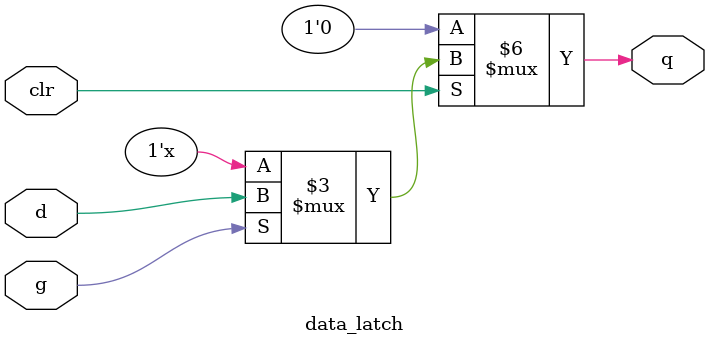
<source format=v>
module data_latch(d, g, clr, q);
    input d, g, clr;
    output reg q;
    always @(*)begin
        if(~clr)
            q <= 0;
        else if(g)
            q <= d;
    end
endmodule
</source>
